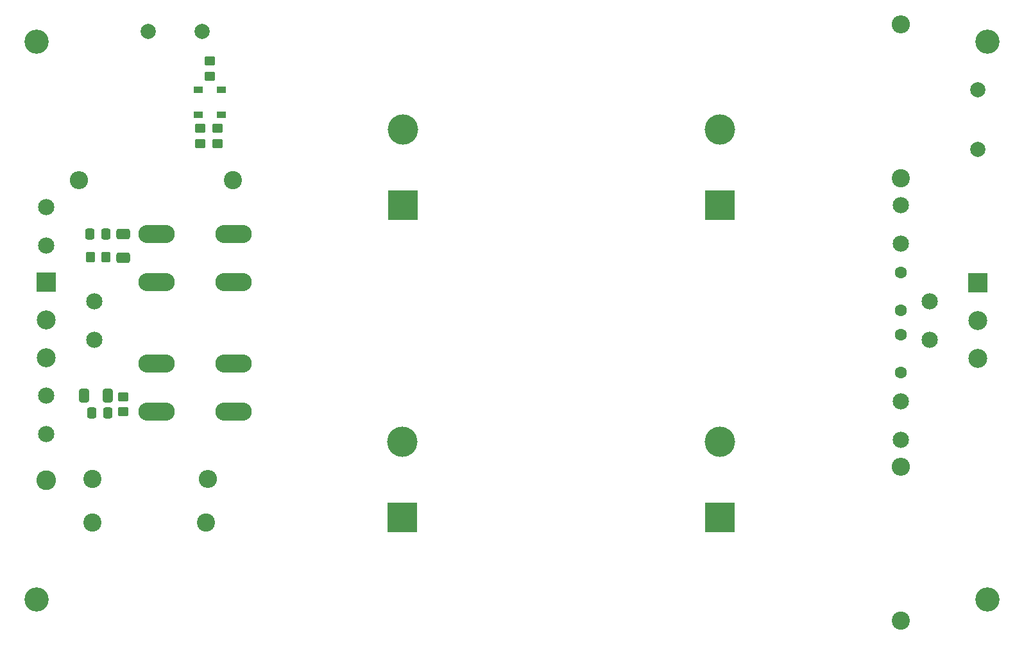
<source format=gbr>
G04 #@! TF.GenerationSoftware,KiCad,Pcbnew,(6.0.1-0)*
G04 #@! TF.CreationDate,2022-02-11T16:00:43+01:00*
G04 #@! TF.ProjectId,psu-mosfet-80w,7073752d-6d6f-4736-9665-742d3830772e,rev?*
G04 #@! TF.SameCoordinates,Original*
G04 #@! TF.FileFunction,Soldermask,Top*
G04 #@! TF.FilePolarity,Negative*
%FSLAX46Y46*%
G04 Gerber Fmt 4.6, Leading zero omitted, Abs format (unit mm)*
G04 Created by KiCad (PCBNEW (6.0.1-0)) date 2022-02-11 16:00:43*
%MOMM*%
%LPD*%
G01*
G04 APERTURE LIST*
G04 Aperture macros list*
%AMRoundRect*
0 Rectangle with rounded corners*
0 $1 Rounding radius*
0 $2 $3 $4 $5 $6 $7 $8 $9 X,Y pos of 4 corners*
0 Add a 4 corners polygon primitive as box body*
4,1,4,$2,$3,$4,$5,$6,$7,$8,$9,$2,$3,0*
0 Add four circle primitives for the rounded corners*
1,1,$1+$1,$2,$3*
1,1,$1+$1,$4,$5*
1,1,$1+$1,$6,$7*
1,1,$1+$1,$8,$9*
0 Add four rect primitives between the rounded corners*
20,1,$1+$1,$2,$3,$4,$5,0*
20,1,$1+$1,$4,$5,$6,$7,0*
20,1,$1+$1,$6,$7,$8,$9,0*
20,1,$1+$1,$8,$9,$2,$3,0*%
G04 Aperture macros list end*
%ADD10C,2.400000*%
%ADD11RoundRect,0.250000X0.337500X0.475000X-0.337500X0.475000X-0.337500X-0.475000X0.337500X-0.475000X0*%
%ADD12RoundRect,0.250000X-0.337500X-0.475000X0.337500X-0.475000X0.337500X0.475000X-0.337500X0.475000X0*%
%ADD13RoundRect,0.249999X-0.650001X0.412501X-0.650001X-0.412501X0.650001X-0.412501X0.650001X0.412501X0*%
%ADD14RoundRect,0.249999X-0.412501X-0.650001X0.412501X-0.650001X0.412501X0.650001X-0.412501X0.650001X0*%
%ADD15R,4.000000X4.000000*%
%ADD16C,4.000000*%
%ADD17O,4.800600X2.400300*%
%ADD18R,2.500000X2.500000*%
%ADD19C,2.500000*%
%ADD20C,2.600000*%
%ADD21O,2.400000X2.400000*%
%ADD22RoundRect,0.249999X0.350001X0.450001X-0.350001X0.450001X-0.350001X-0.450001X0.350001X-0.450001X0*%
%ADD23RoundRect,0.249999X-0.450001X0.350001X-0.450001X-0.350001X0.450001X-0.350001X0.450001X0.350001X0*%
%ADD24C,1.600000*%
%ADD25C,3.200000*%
%ADD26C,2.145000*%
%ADD27C,2.000000*%
%ADD28RoundRect,0.250000X0.450000X-0.350000X0.450000X0.350000X-0.450000X0.350000X-0.450000X-0.350000X0*%
%ADD29R,1.200000X0.900000*%
%ADD30RoundRect,0.250000X-0.450000X0.350000X-0.450000X-0.350000X0.450000X-0.350000X0.450000X0.350000X0*%
G04 APERTURE END LIST*
D10*
X59690000Y-115570000D03*
X74690000Y-115570000D03*
D11*
X61468000Y-77470000D03*
X59393000Y-77470000D03*
D12*
X59647000Y-101092000D03*
X61722000Y-101092000D03*
D13*
X63754000Y-77470000D03*
X63754000Y-80595000D03*
D14*
X58597000Y-98806000D03*
X61722000Y-98806000D03*
D15*
X100711000Y-73660000D03*
D16*
X100711000Y-63660000D03*
X100584000Y-104935000D03*
D15*
X100584000Y-114935000D03*
X142494000Y-73660000D03*
D16*
X142494000Y-63660000D03*
D15*
X142494000Y-114935000D03*
D16*
X142494000Y-104935000D03*
D17*
X68199000Y-94615000D03*
X78359000Y-94615000D03*
X68199000Y-100965000D03*
X78359000Y-100965000D03*
X78359000Y-77470000D03*
X68199000Y-77470000D03*
X78359000Y-83820000D03*
X68199000Y-83820000D03*
D18*
X53594000Y-83820000D03*
D19*
X53594000Y-88820000D03*
X53594000Y-93820000D03*
D20*
X53594000Y-109982000D03*
D10*
X59690000Y-109855000D03*
D21*
X74930000Y-109855000D03*
D22*
X61468000Y-80518000D03*
X59468000Y-80518000D03*
D23*
X63754000Y-98949000D03*
X63754000Y-100949000D03*
D24*
X166370000Y-82550000D03*
X166370000Y-87550000D03*
X166370000Y-90805000D03*
X166370000Y-95805000D03*
D25*
X177800000Y-52070000D03*
X177800000Y-125730000D03*
X52324000Y-125730000D03*
X52324000Y-52070000D03*
D18*
X176530000Y-83900000D03*
D19*
X176530000Y-88900000D03*
X176530000Y-93900000D03*
D26*
X166370000Y-99568000D03*
X166370000Y-104648000D03*
D27*
X176530000Y-66294000D03*
D28*
X76200000Y-65516000D03*
X76200000Y-63516000D03*
X73914000Y-65516000D03*
X73914000Y-63516000D03*
D26*
X53594000Y-78994000D03*
X53594000Y-73914000D03*
X166370000Y-78740000D03*
X166370000Y-73660000D03*
D27*
X176530000Y-58420000D03*
X67078000Y-50768000D03*
D10*
X78232000Y-70358000D03*
D21*
X57912000Y-70358000D03*
D29*
X73660000Y-58436000D03*
X73660000Y-61736000D03*
D27*
X74178000Y-50768000D03*
D26*
X170180000Y-91440000D03*
X170180000Y-86360000D03*
D29*
X76708000Y-61738000D03*
X76708000Y-58438000D03*
D10*
X166370000Y-70104000D03*
D21*
X166370000Y-49784000D03*
D10*
X166370000Y-128524000D03*
D21*
X166370000Y-108204000D03*
D26*
X53594000Y-103886000D03*
X53594000Y-98806000D03*
D30*
X75184000Y-54642000D03*
X75184000Y-56642000D03*
D26*
X59944000Y-91440000D03*
X59944000Y-86360000D03*
M02*

</source>
